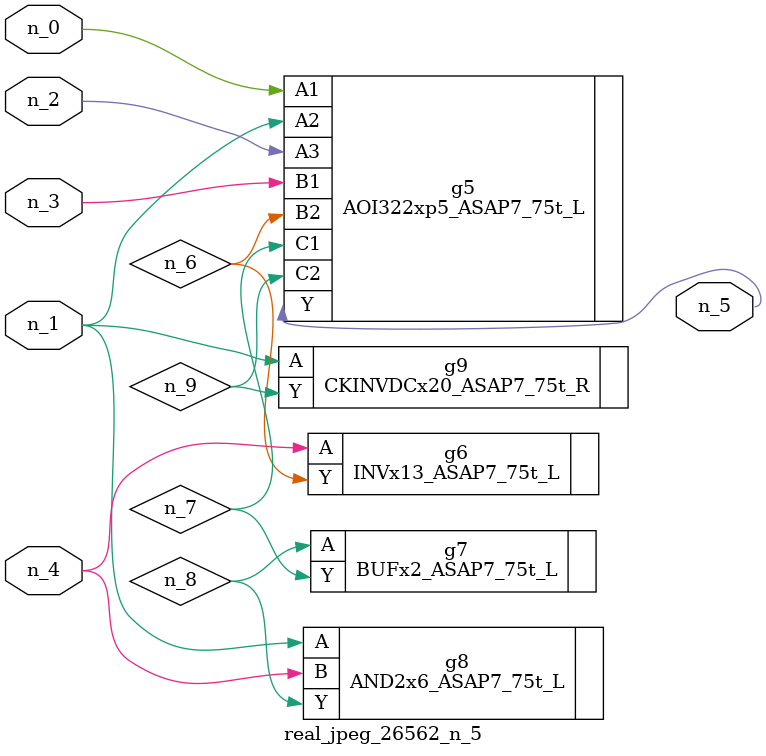
<source format=v>
module real_jpeg_26562_n_5 (n_4, n_0, n_1, n_2, n_3, n_5);

input n_4;
input n_0;
input n_1;
input n_2;
input n_3;

output n_5;

wire n_8;
wire n_6;
wire n_7;
wire n_9;

AOI322xp5_ASAP7_75t_L g5 ( 
.A1(n_0),
.A2(n_1),
.A3(n_2),
.B1(n_3),
.B2(n_6),
.C1(n_7),
.C2(n_9),
.Y(n_5)
);

AND2x6_ASAP7_75t_L g8 ( 
.A(n_1),
.B(n_4),
.Y(n_8)
);

CKINVDCx20_ASAP7_75t_R g9 ( 
.A(n_1),
.Y(n_9)
);

INVx13_ASAP7_75t_L g6 ( 
.A(n_4),
.Y(n_6)
);

BUFx2_ASAP7_75t_L g7 ( 
.A(n_8),
.Y(n_7)
);


endmodule
</source>
